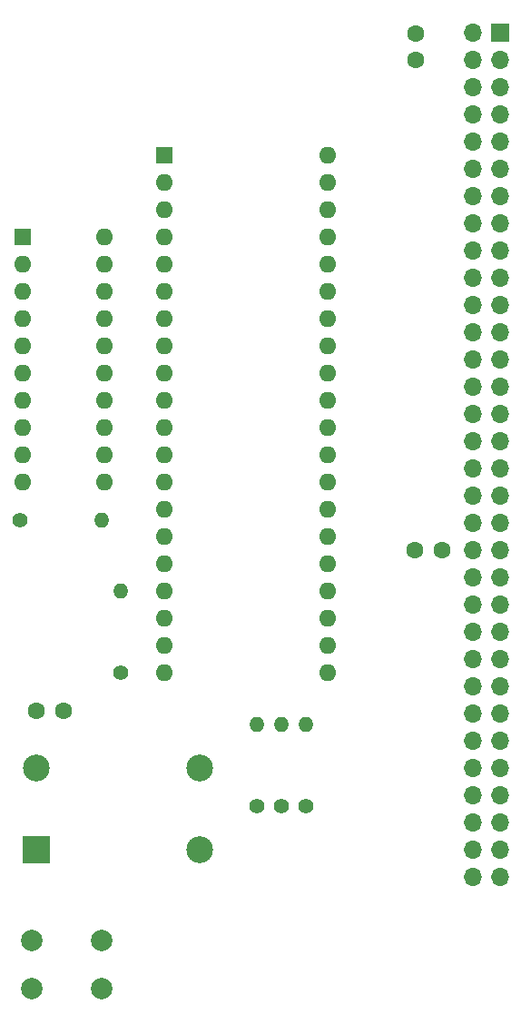
<source format=gts>
G04 #@! TF.GenerationSoftware,KiCad,Pcbnew,(6.0.1)*
G04 #@! TF.CreationDate,2022-09-09T19:25:30-04:00*
G04 #@! TF.ProjectId,LB-Z80-01,4c422d5a-3830-42d3-9031-2e6b69636164,1*
G04 #@! TF.SameCoordinates,Original*
G04 #@! TF.FileFunction,Soldermask,Top*
G04 #@! TF.FilePolarity,Negative*
%FSLAX46Y46*%
G04 Gerber Fmt 4.6, Leading zero omitted, Abs format (unit mm)*
G04 Created by KiCad (PCBNEW (6.0.1)) date 2022-09-09 19:25:30*
%MOMM*%
%LPD*%
G01*
G04 APERTURE LIST*
%ADD10R,1.600000X1.600000*%
%ADD11O,1.600000X1.600000*%
%ADD12R,2.500000X2.500000*%
%ADD13C,2.500000*%
%ADD14C,2.000000*%
%ADD15C,1.400000*%
%ADD16O,1.400000X1.400000*%
%ADD17R,1.700000X1.700000*%
%ADD18O,1.700000X1.700000*%
%ADD19C,1.600000*%
G04 APERTURE END LIST*
D10*
X135392000Y-73665000D03*
D11*
X135392000Y-76205000D03*
X135392000Y-78745000D03*
X135392000Y-81285000D03*
X135392000Y-83825000D03*
X135392000Y-86365000D03*
X135392000Y-88905000D03*
X135392000Y-91445000D03*
X135392000Y-93985000D03*
X135392000Y-96525000D03*
X143012000Y-96525000D03*
X143012000Y-93985000D03*
X143012000Y-91445000D03*
X143012000Y-88905000D03*
X143012000Y-86365000D03*
X143012000Y-83825000D03*
X143012000Y-81285000D03*
X143012000Y-78745000D03*
X143012000Y-76205000D03*
X143012000Y-73665000D03*
D12*
X136652000Y-130772000D03*
D13*
X151892000Y-130772000D03*
X151892000Y-123152000D03*
X136652000Y-123152000D03*
D14*
X142748000Y-143764000D03*
X136248000Y-143764000D03*
X142748000Y-139264000D03*
X136248000Y-139264000D03*
D15*
X135128000Y-100076000D03*
D16*
X142748000Y-100076000D03*
D15*
X161798000Y-126746000D03*
D16*
X161798000Y-119126000D03*
D15*
X144526000Y-114300000D03*
D16*
X144526000Y-106680000D03*
D15*
X157226000Y-126746000D03*
D16*
X157226000Y-119126000D03*
D15*
X159512000Y-126746000D03*
D16*
X159512000Y-119126000D03*
D17*
X179890000Y-54615000D03*
D18*
X177350000Y-54615000D03*
X179890000Y-57155000D03*
X177350000Y-57155000D03*
X179890000Y-59695000D03*
X177350000Y-59695000D03*
X179890000Y-62235000D03*
X177350000Y-62235000D03*
X179890000Y-64775000D03*
X177350000Y-64775000D03*
X179890000Y-67315000D03*
X177350000Y-67315000D03*
X179890000Y-69855000D03*
X177350000Y-69855000D03*
X179890000Y-72395000D03*
X177350000Y-72395000D03*
X179890000Y-74935000D03*
X177350000Y-74935000D03*
X179890000Y-77475000D03*
X177350000Y-77475000D03*
X179890000Y-80015000D03*
X177350000Y-80015000D03*
X179890000Y-82555000D03*
X177350000Y-82555000D03*
X179890000Y-85095000D03*
X177350000Y-85095000D03*
X179890000Y-87635000D03*
X177350000Y-87635000D03*
X179890000Y-90175000D03*
X177350000Y-90175000D03*
X179890000Y-92715000D03*
X177350000Y-92715000D03*
X179890000Y-95255000D03*
X177350000Y-95255000D03*
X179890000Y-97795000D03*
X177350000Y-97795000D03*
X179890000Y-100335000D03*
X177350000Y-100335000D03*
X179890000Y-102875000D03*
X177350000Y-102875000D03*
X179890000Y-105415000D03*
X177350000Y-105415000D03*
X179890000Y-107955000D03*
X177350000Y-107955000D03*
X179890000Y-110495000D03*
X177350000Y-110495000D03*
X179890000Y-113035000D03*
X177350000Y-113035000D03*
X179890000Y-115575000D03*
X177350000Y-115575000D03*
X179890000Y-118115000D03*
X177350000Y-118115000D03*
X179890000Y-120655000D03*
X177350000Y-120655000D03*
X179890000Y-123195000D03*
X177350000Y-123195000D03*
X179890000Y-125735000D03*
X177350000Y-125735000D03*
X179890000Y-128275000D03*
X177350000Y-128275000D03*
X179890000Y-130815000D03*
X177350000Y-130815000D03*
X179890000Y-133355000D03*
X177350000Y-133355000D03*
D10*
X148590000Y-66040000D03*
D11*
X148590000Y-68580000D03*
X148590000Y-71120000D03*
X148590000Y-73660000D03*
X148590000Y-76200000D03*
X148590000Y-78740000D03*
X148590000Y-81280000D03*
X148590000Y-83820000D03*
X148590000Y-86360000D03*
X148590000Y-88900000D03*
X148590000Y-91440000D03*
X148590000Y-93980000D03*
X148590000Y-96520000D03*
X148590000Y-99060000D03*
X148590000Y-101600000D03*
X148590000Y-104140000D03*
X148590000Y-106680000D03*
X148590000Y-109220000D03*
X148590000Y-111760000D03*
X148590000Y-114300000D03*
X163830000Y-114300000D03*
X163830000Y-111760000D03*
X163830000Y-109220000D03*
X163830000Y-106680000D03*
X163830000Y-104140000D03*
X163830000Y-101600000D03*
X163830000Y-99060000D03*
X163830000Y-96520000D03*
X163830000Y-93980000D03*
X163830000Y-91440000D03*
X163830000Y-88900000D03*
X163830000Y-86360000D03*
X163830000Y-83820000D03*
X163830000Y-81280000D03*
X163830000Y-78740000D03*
X163830000Y-76200000D03*
X163830000Y-73660000D03*
X163830000Y-71120000D03*
X163830000Y-68580000D03*
X163830000Y-66040000D03*
D19*
X139172000Y-117856000D03*
X136672000Y-117856000D03*
X172085000Y-57130000D03*
X172085000Y-54630000D03*
X174478000Y-102870000D03*
X171978000Y-102870000D03*
M02*

</source>
